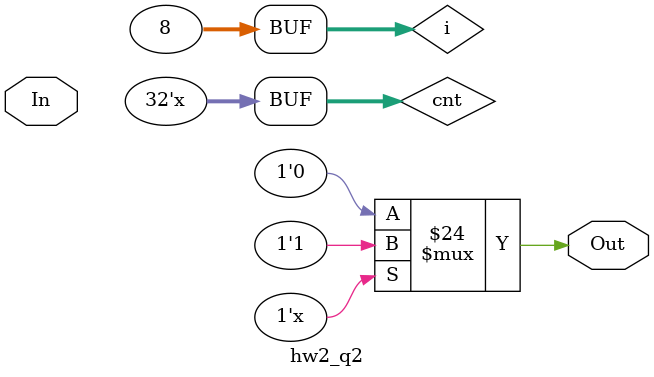
<source format=v>
module hw2_q2(Out, In);
input [7:0] In;
output reg Out;
integer i = 0;
integer cnt = 0;

always@(In)
begin
for(i = 0; i < 8; i =i+1)
    begin
        if(In[i] == 1)//count the number of 1
            cnt = cnt + 1;
    end
    if((cnt % 2) == 1) //If the number of 1s is odd, parity is 1
        Out = 1;
    else
        Out = 0;//parity is 0 if the 1's are even
    end
endmodule 
</source>
